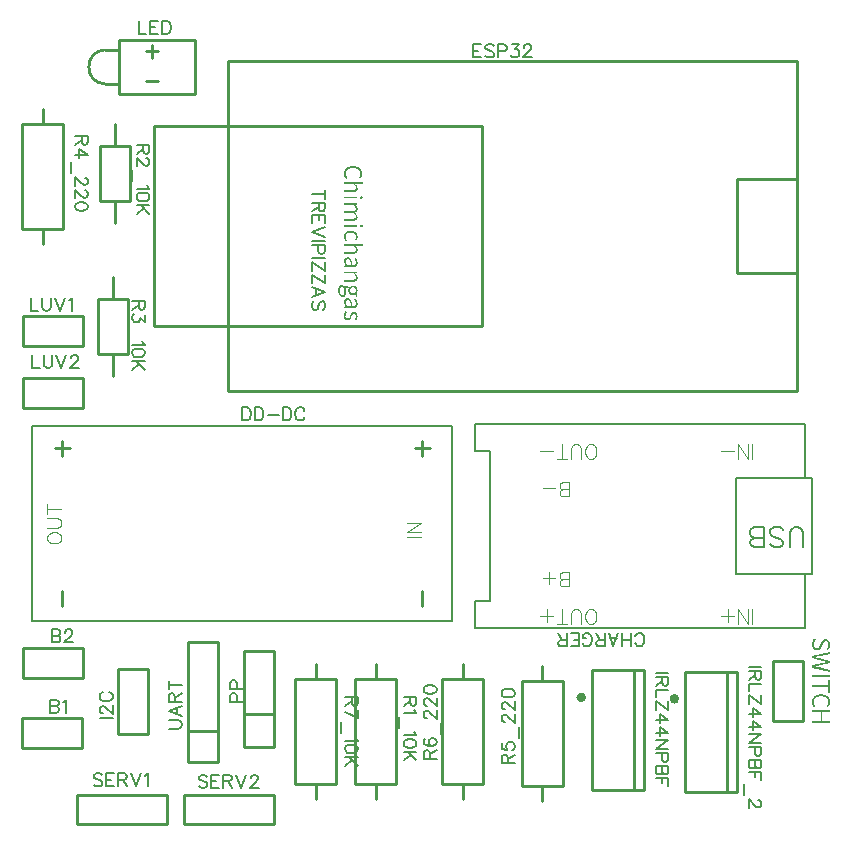
<source format=gto>
G04 Layer: TopSilkscreenLayer*
G04 EasyEDA v6.5.48, 2025-03-31 17:32:00*
G04 4a954248cc764f1c991205ffb550d634,93aebdfcfbe24d40a812e2b2de22b7a1,10*
G04 Gerber Generator version 0.2*
G04 Scale: 100 percent, Rotated: No, Reflected: No *
G04 Dimensions in millimeters *
G04 leading zeros omitted , absolute positions ,4 integer and 5 decimal *
%FSLAX45Y45*%
%MOMM*%

%ADD10C,0.1524*%
%ADD11C,0.1016*%
%ADD12C,0.1422*%
%ADD13C,0.2540*%
%ADD14C,0.1270*%
%ADD15C,0.4000*%
%ADD16C,0.0171*%

%LPD*%
G36*
X3605022Y4788662D02*
G01*
X3597910Y4788458D01*
X3591153Y4787849D01*
X3584651Y4786884D01*
X3578504Y4785563D01*
X3572662Y4783836D01*
X3567125Y4781804D01*
X3561943Y4779416D01*
X3557066Y4776724D01*
X3552596Y4773726D01*
X3548430Y4770475D01*
X3544671Y4766919D01*
X3541268Y4763109D01*
X3538220Y4759045D01*
X3535578Y4754727D01*
X3533292Y4750206D01*
X3531412Y4745431D01*
X3529990Y4740503D01*
X3528923Y4735372D01*
X3528263Y4730089D01*
X3528060Y4724654D01*
X3528415Y4717643D01*
X3529482Y4711039D01*
X3531209Y4704842D01*
X3533597Y4699050D01*
X3536594Y4693615D01*
X3540251Y4688484D01*
X3544519Y4683709D01*
X3549396Y4679188D01*
X3559810Y4688586D01*
X3555949Y4692345D01*
X3552545Y4696256D01*
X3549650Y4700270D01*
X3547211Y4704537D01*
X3545281Y4708956D01*
X3543909Y4713681D01*
X3543096Y4718608D01*
X3542792Y4723892D01*
X3543096Y4729226D01*
X3543909Y4734306D01*
X3545281Y4739132D01*
X3547160Y4743653D01*
X3549548Y4747869D01*
X3552444Y4751781D01*
X3555796Y4755337D01*
X3559657Y4758588D01*
X3563924Y4761484D01*
X3568649Y4764074D01*
X3573779Y4766259D01*
X3579317Y4768088D01*
X3585260Y4769510D01*
X3591560Y4770526D01*
X3598265Y4771186D01*
X3605276Y4771390D01*
X3612286Y4771186D01*
X3618941Y4770526D01*
X3625240Y4769459D01*
X3631133Y4767935D01*
X3636670Y4766056D01*
X3641750Y4763820D01*
X3646424Y4761179D01*
X3650640Y4758232D01*
X3654450Y4754880D01*
X3657752Y4751222D01*
X3660597Y4747260D01*
X3662984Y4742992D01*
X3664813Y4738420D01*
X3666185Y4733594D01*
X3666998Y4728464D01*
X3667251Y4723130D01*
X3666185Y4713935D01*
X3663289Y4705756D01*
X3658768Y4698593D01*
X3653028Y4692396D01*
X3663950Y4682998D01*
X3667404Y4686401D01*
X3670757Y4690313D01*
X3673805Y4694682D01*
X3676497Y4699558D01*
X3678732Y4704892D01*
X3680510Y4710633D01*
X3681577Y4716830D01*
X3681984Y4723384D01*
X3681780Y4728921D01*
X3681120Y4734356D01*
X3680053Y4739589D01*
X3678580Y4744618D01*
X3676650Y4749444D01*
X3674364Y4754067D01*
X3671722Y4758436D01*
X3668623Y4762601D01*
X3665220Y4766513D01*
X3661410Y4770120D01*
X3657244Y4773472D01*
X3652723Y4776520D01*
X3647897Y4779264D01*
X3642715Y4781651D01*
X3637178Y4783734D01*
X3631387Y4785461D01*
X3625240Y4786833D01*
X3618788Y4787849D01*
X3612032Y4788458D01*
G37*
G36*
X3530600Y4652518D02*
G01*
X3530600Y4636008D01*
X3610864Y4636008D01*
X3618585Y4627930D01*
X3621633Y4624120D01*
X3624122Y4620412D01*
X3626104Y4616653D01*
X3627526Y4612843D01*
X3628339Y4608931D01*
X3628644Y4604766D01*
X3628186Y4599432D01*
X3626865Y4594910D01*
X3624630Y4591151D01*
X3621379Y4588154D01*
X3617163Y4585817D01*
X3611930Y4584192D01*
X3605580Y4583226D01*
X3598164Y4582922D01*
X3530600Y4582922D01*
X3530600Y4566412D01*
X3600196Y4566412D01*
X3606952Y4566615D01*
X3613150Y4567275D01*
X3618788Y4568393D01*
X3623868Y4569968D01*
X3628339Y4572000D01*
X3632250Y4574489D01*
X3635552Y4577486D01*
X3638245Y4580991D01*
X3640378Y4584954D01*
X3641902Y4589424D01*
X3642817Y4594402D01*
X3643122Y4599940D01*
X3642766Y4605375D01*
X3641648Y4610506D01*
X3639921Y4615332D01*
X3637686Y4619955D01*
X3634892Y4624324D01*
X3631742Y4628540D01*
X3624579Y4636516D01*
X3647440Y4636008D01*
X3692398Y4636008D01*
X3692398Y4652518D01*
G37*
G36*
X3675379Y4533392D02*
G01*
X3670604Y4532579D01*
X3666998Y4530242D01*
X3664712Y4526534D01*
X3663950Y4521708D01*
X3664712Y4517288D01*
X3666998Y4513732D01*
X3670604Y4511395D01*
X3675379Y4510532D01*
X3680002Y4511395D01*
X3683558Y4513732D01*
X3685794Y4517288D01*
X3686556Y4521708D01*
X3685794Y4526534D01*
X3683558Y4530242D01*
X3680002Y4532579D01*
G37*
G36*
X3530600Y4530090D02*
G01*
X3530600Y4513580D01*
X3640328Y4513580D01*
X3640328Y4530090D01*
G37*
G36*
X3530600Y4475480D02*
G01*
X3530600Y4458970D01*
X3610864Y4458970D01*
X3618687Y4451299D01*
X3624224Y4443933D01*
X3627526Y4436922D01*
X3628644Y4430268D01*
X3628186Y4425137D01*
X3626865Y4420717D01*
X3624630Y4417060D01*
X3621379Y4414062D01*
X3617163Y4411776D01*
X3611930Y4410202D01*
X3605580Y4409236D01*
X3598164Y4408932D01*
X3530600Y4408932D01*
X3530600Y4392422D01*
X3610864Y4392422D01*
X3618687Y4384649D01*
X3624224Y4377283D01*
X3627526Y4370222D01*
X3628644Y4363466D01*
X3628186Y4358386D01*
X3626865Y4354017D01*
X3624630Y4350359D01*
X3621379Y4347362D01*
X3617163Y4345076D01*
X3611930Y4343450D01*
X3605580Y4342434D01*
X3598164Y4342130D01*
X3530600Y4342130D01*
X3530600Y4325620D01*
X3600196Y4325620D01*
X3606952Y4325823D01*
X3613150Y4326534D01*
X3618788Y4327652D01*
X3623868Y4329277D01*
X3628339Y4331360D01*
X3632250Y4333900D01*
X3635552Y4336846D01*
X3638245Y4340352D01*
X3640378Y4344263D01*
X3641902Y4348683D01*
X3642817Y4353560D01*
X3643122Y4358894D01*
X3642715Y4363770D01*
X3641598Y4368495D01*
X3639718Y4373118D01*
X3637229Y4377639D01*
X3634130Y4382109D01*
X3630472Y4386580D01*
X3626358Y4390999D01*
X3621786Y4395470D01*
X3626408Y4397298D01*
X3630574Y4399635D01*
X3634232Y4402429D01*
X3637330Y4405833D01*
X3639769Y4409795D01*
X3641598Y4414418D01*
X3642715Y4419701D01*
X3643122Y4425696D01*
X3642766Y4430420D01*
X3641648Y4435043D01*
X3639921Y4439564D01*
X3637584Y4443933D01*
X3634790Y4448200D01*
X3631539Y4452213D01*
X3627932Y4456074D01*
X3624072Y4459732D01*
X3624072Y4460494D01*
X3640328Y4462018D01*
X3640328Y4475480D01*
G37*
G36*
X3675379Y4292092D02*
G01*
X3670604Y4291228D01*
X3666998Y4288840D01*
X3664712Y4285132D01*
X3663950Y4280408D01*
X3664712Y4275836D01*
X3666998Y4272229D01*
X3670604Y4269841D01*
X3675379Y4268978D01*
X3680002Y4269841D01*
X3683558Y4272229D01*
X3685794Y4275836D01*
X3686556Y4280408D01*
X3685794Y4285132D01*
X3683558Y4288840D01*
X3680002Y4291228D01*
G37*
G36*
X3530600Y4288790D02*
G01*
X3530600Y4272280D01*
X3640328Y4272280D01*
X3640328Y4288790D01*
G37*
G36*
X3585464Y4242562D02*
G01*
X3578809Y4242308D01*
X3572560Y4241546D01*
X3566668Y4240326D01*
X3561181Y4238650D01*
X3556050Y4236567D01*
X3551326Y4234027D01*
X3547008Y4231132D01*
X3543147Y4227880D01*
X3539693Y4224274D01*
X3536645Y4220362D01*
X3534054Y4216196D01*
X3531920Y4211675D01*
X3530244Y4206951D01*
X3529025Y4202023D01*
X3528314Y4196842D01*
X3528060Y4191508D01*
X3528314Y4186580D01*
X3528974Y4181805D01*
X3530142Y4177131D01*
X3531717Y4172610D01*
X3533698Y4168241D01*
X3536086Y4164025D01*
X3538880Y4160012D01*
X3542029Y4156201D01*
X3552951Y4163568D01*
X3548634Y4169156D01*
X3545078Y4175556D01*
X3542639Y4182618D01*
X3541776Y4190237D01*
X3542131Y4195368D01*
X3543198Y4200194D01*
X3544925Y4204665D01*
X3547313Y4208780D01*
X3550259Y4212488D01*
X3553815Y4215790D01*
X3557879Y4218686D01*
X3562502Y4221073D01*
X3567582Y4223004D01*
X3573119Y4224375D01*
X3579114Y4225239D01*
X3585464Y4225544D01*
X3591763Y4225239D01*
X3597706Y4224324D01*
X3603244Y4222851D01*
X3608324Y4220819D01*
X3612896Y4218330D01*
X3617010Y4215333D01*
X3620566Y4211929D01*
X3623564Y4208170D01*
X3625951Y4204004D01*
X3627729Y4199534D01*
X3628796Y4194759D01*
X3629151Y4189729D01*
X3628440Y4183227D01*
X3626408Y4177385D01*
X3623259Y4172051D01*
X3619246Y4167124D01*
X3629914Y4158234D01*
X3634994Y4164584D01*
X3639159Y4171899D01*
X3642055Y4180433D01*
X3643122Y4190492D01*
X3642868Y4195622D01*
X3642156Y4200702D01*
X3640937Y4205579D01*
X3639261Y4210304D01*
X3637127Y4214825D01*
X3634536Y4219143D01*
X3631488Y4223156D01*
X3628034Y4226915D01*
X3624122Y4230319D01*
X3619804Y4233367D01*
X3615029Y4236059D01*
X3609898Y4238294D01*
X3604361Y4240123D01*
X3598418Y4241444D01*
X3592118Y4242257D01*
G37*
G36*
X3530600Y4131310D02*
G01*
X3530600Y4114800D01*
X3610864Y4114800D01*
X3618585Y4106722D01*
X3621633Y4102912D01*
X3624122Y4099204D01*
X3626104Y4095445D01*
X3627526Y4091635D01*
X3628339Y4087723D01*
X3628644Y4083558D01*
X3628186Y4078224D01*
X3626865Y4073702D01*
X3624630Y4069943D01*
X3621379Y4066946D01*
X3617163Y4064609D01*
X3611930Y4062984D01*
X3605580Y4062018D01*
X3598164Y4061714D01*
X3530600Y4061714D01*
X3530600Y4045204D01*
X3600196Y4045204D01*
X3606952Y4045407D01*
X3613150Y4046067D01*
X3618788Y4047185D01*
X3623868Y4048760D01*
X3628339Y4050792D01*
X3632250Y4053281D01*
X3635552Y4056278D01*
X3638245Y4059783D01*
X3640378Y4063746D01*
X3641902Y4068216D01*
X3642817Y4073194D01*
X3643122Y4078732D01*
X3642766Y4084167D01*
X3641648Y4089298D01*
X3639921Y4094124D01*
X3637686Y4098747D01*
X3634892Y4103115D01*
X3631742Y4107281D01*
X3628288Y4111345D01*
X3624579Y4115308D01*
X3647440Y4114800D01*
X3692398Y4114800D01*
X3692398Y4131310D01*
G37*
G36*
X3558794Y4015994D02*
G01*
X3551783Y4015384D01*
X3545636Y4013555D01*
X3540353Y4010710D01*
X3535984Y4006900D01*
X3532581Y4002227D01*
X3530092Y3996791D01*
X3528568Y3990797D01*
X3528060Y3984244D01*
X3528328Y3979672D01*
X3541268Y3979672D01*
X3542284Y3987546D01*
X3545586Y3994048D01*
X3551326Y3998366D01*
X3559810Y3999992D01*
X3563416Y3999687D01*
X3566820Y3998823D01*
X3570020Y3997299D01*
X3572967Y3995115D01*
X3575710Y3992219D01*
X3578199Y3988511D01*
X3580485Y3984040D01*
X3582568Y3978706D01*
X3584397Y3972458D01*
X3586073Y3965295D01*
X3587546Y3957116D01*
X3588765Y3947922D01*
X3556508Y3947922D01*
X3549954Y3956050D01*
X3545179Y3963822D01*
X3542233Y3971544D01*
X3541268Y3979672D01*
X3528328Y3979672D01*
X3529329Y3974033D01*
X3530803Y3969207D01*
X3532733Y3964482D01*
X3535070Y3959910D01*
X3537813Y3955491D01*
X3540810Y3951224D01*
X3544062Y3947160D01*
X3544062Y3946651D01*
X3530600Y3945128D01*
X3530600Y3931412D01*
X3598672Y3931412D01*
X3605072Y3931615D01*
X3611118Y3932326D01*
X3616756Y3933494D01*
X3621938Y3935171D01*
X3626612Y3937355D01*
X3630777Y3940098D01*
X3634435Y3943350D01*
X3637483Y3947210D01*
X3639870Y3951681D01*
X3641648Y3956710D01*
X3642766Y3962400D01*
X3643122Y3968750D01*
X3642766Y3975201D01*
X3641750Y3981450D01*
X3640226Y3987393D01*
X3638245Y3993032D01*
X3636010Y3998315D01*
X3631082Y4007561D01*
X3628644Y4011422D01*
X3617214Y4004564D01*
X3621582Y3997807D01*
X3625494Y3989832D01*
X3628339Y3980942D01*
X3629406Y3971290D01*
X3628745Y3964889D01*
X3626865Y3959656D01*
X3623970Y3955592D01*
X3620211Y3952443D01*
X3615740Y3950258D01*
X3610762Y3948836D01*
X3605428Y3948074D01*
X3599942Y3947922D01*
X3597656Y3964432D01*
X3596233Y3971747D01*
X3594658Y3978503D01*
X3592880Y3984650D01*
X3590950Y3990238D01*
X3588765Y3995216D01*
X3586429Y3999687D01*
X3583838Y4003548D01*
X3580993Y4006900D01*
X3577945Y4009745D01*
X3574643Y4011980D01*
X3571087Y4013758D01*
X3567277Y4015028D01*
X3563162Y4015740D01*
G37*
G36*
X3530600Y3895344D02*
G01*
X3530600Y3878834D01*
X3610864Y3878834D01*
X3618585Y3870756D01*
X3621633Y3866997D01*
X3624122Y3863289D01*
X3626104Y3859580D01*
X3627526Y3855770D01*
X3628339Y3851808D01*
X3628644Y3847592D01*
X3628186Y3842258D01*
X3626865Y3837736D01*
X3624630Y3833977D01*
X3621379Y3830929D01*
X3617163Y3828643D01*
X3611930Y3827018D01*
X3605580Y3826052D01*
X3598164Y3825748D01*
X3530600Y3825748D01*
X3530600Y3809237D01*
X3600196Y3809237D01*
X3606952Y3809441D01*
X3613150Y3810101D01*
X3618788Y3811219D01*
X3623868Y3812794D01*
X3628339Y3814826D01*
X3632250Y3817315D01*
X3635552Y3820312D01*
X3638245Y3823817D01*
X3640378Y3827779D01*
X3641902Y3832250D01*
X3642817Y3837228D01*
X3643122Y3842765D01*
X3642766Y3848201D01*
X3641648Y3853383D01*
X3639921Y3858260D01*
X3637635Y3862882D01*
X3634841Y3867302D01*
X3631641Y3871569D01*
X3628136Y3875633D01*
X3624326Y3879596D01*
X3624326Y3880358D01*
X3640328Y3881882D01*
X3640328Y3895344D01*
G37*
G36*
X3509264Y3781044D02*
G01*
X3504742Y3780688D01*
X3500526Y3779570D01*
X3496665Y3777742D01*
X3493211Y3775303D01*
X3490112Y3772204D01*
X3487369Y3768547D01*
X3485032Y3764279D01*
X3483051Y3759504D01*
X3481527Y3754272D01*
X3480460Y3748532D01*
X3479749Y3742385D01*
X3479546Y3735832D01*
X3479646Y3733546D01*
X3491229Y3733546D01*
X3491585Y3740861D01*
X3492652Y3747363D01*
X3494379Y3753053D01*
X3496665Y3757777D01*
X3499612Y3761536D01*
X3503015Y3764279D01*
X3506927Y3766007D01*
X3511296Y3766565D01*
X3516325Y3765854D01*
X3521405Y3763670D01*
X3526383Y3759911D01*
X3531108Y3754628D01*
X3529634Y3746957D01*
X3529076Y3740404D01*
X3529076Y3720337D01*
X3528364Y3710432D01*
X3525977Y3703269D01*
X3521557Y3698951D01*
X3514851Y3697478D01*
X3510432Y3698138D01*
X3506114Y3700018D01*
X3502151Y3703116D01*
X3498545Y3707333D01*
X3495548Y3712514D01*
X3493262Y3718712D01*
X3491737Y3725722D01*
X3491229Y3733546D01*
X3479646Y3733546D01*
X3479901Y3727754D01*
X3480968Y3720236D01*
X3482644Y3713276D01*
X3484879Y3706876D01*
X3487674Y3701135D01*
X3490925Y3696055D01*
X3494582Y3691636D01*
X3498596Y3687978D01*
X3502914Y3685082D01*
X3507486Y3682949D01*
X3512261Y3681679D01*
X3517137Y3681222D01*
X3523437Y3681831D01*
X3528822Y3683558D01*
X3533343Y3686505D01*
X3537000Y3690620D01*
X3539794Y3695954D01*
X3541725Y3702456D01*
X3542893Y3710127D01*
X3543300Y3719068D01*
X3543300Y3740912D01*
X3544214Y3750310D01*
X3546754Y3756304D01*
X3550564Y3759504D01*
X3555492Y3760470D01*
X3559962Y3759911D01*
X3563620Y3758336D01*
X3566718Y3755948D01*
X3569462Y3753104D01*
X3567633Y3749090D01*
X3566363Y3744823D01*
X3565651Y3740505D01*
X3565398Y3736340D01*
X3576828Y3736340D01*
X3577336Y3741165D01*
X3578758Y3745737D01*
X3581095Y3749852D01*
X3584244Y3753510D01*
X3588207Y3756507D01*
X3592880Y3758793D01*
X3598265Y3760215D01*
X3604260Y3760724D01*
X3610152Y3760215D01*
X3615334Y3758793D01*
X3619855Y3756558D01*
X3623665Y3753561D01*
X3626662Y3749954D01*
X3628847Y3745839D01*
X3630218Y3741267D01*
X3630676Y3736340D01*
X3630218Y3731412D01*
X3628847Y3726789D01*
X3626612Y3722624D01*
X3623564Y3718966D01*
X3619754Y3715969D01*
X3615232Y3713683D01*
X3610051Y3712210D01*
X3604260Y3711701D01*
X3598265Y3712210D01*
X3592880Y3713683D01*
X3588207Y3716020D01*
X3584244Y3719068D01*
X3581095Y3722725D01*
X3578758Y3726942D01*
X3577336Y3731514D01*
X3576828Y3736340D01*
X3565398Y3736340D01*
X3565702Y3730853D01*
X3566617Y3725621D01*
X3568090Y3720744D01*
X3570173Y3716121D01*
X3572713Y3711905D01*
X3575812Y3708146D01*
X3579368Y3704844D01*
X3583432Y3701999D01*
X3587902Y3699764D01*
X3592779Y3698087D01*
X3598113Y3697071D01*
X3603751Y3696715D01*
X3610914Y3697427D01*
X3617417Y3699408D01*
X3623056Y3702405D01*
X3627628Y3706114D01*
X3627628Y3683000D01*
X3640328Y3683000D01*
X3640328Y3721100D01*
X3641394Y3724249D01*
X3642309Y3727856D01*
X3642918Y3731920D01*
X3643122Y3736340D01*
X3642817Y3741775D01*
X3641851Y3747008D01*
X3640328Y3752037D01*
X3638245Y3756710D01*
X3635603Y3761028D01*
X3632454Y3764940D01*
X3628796Y3768394D01*
X3624732Y3771341D01*
X3620211Y3773728D01*
X3615232Y3775506D01*
X3609949Y3776624D01*
X3604260Y3776979D01*
X3594811Y3775760D01*
X3586530Y3772509D01*
X3579672Y3767988D01*
X3574542Y3762756D01*
X3573779Y3762756D01*
X3570173Y3766921D01*
X3565550Y3770833D01*
X3559911Y3773779D01*
X3553460Y3774948D01*
X3547364Y3774186D01*
X3542334Y3772052D01*
X3538270Y3768851D01*
X3535172Y3764787D01*
X3534410Y3764787D01*
X3529025Y3771595D01*
X3522878Y3776726D01*
X3516223Y3779926D01*
G37*
G36*
X3558794Y3669792D02*
G01*
X3551783Y3669182D01*
X3545636Y3667353D01*
X3540353Y3664508D01*
X3535984Y3660648D01*
X3532581Y3655974D01*
X3530092Y3650487D01*
X3528568Y3644392D01*
X3528060Y3637787D01*
X3528319Y3633470D01*
X3541268Y3633470D01*
X3542284Y3641344D01*
X3545586Y3647795D01*
X3551326Y3652164D01*
X3559810Y3653790D01*
X3563416Y3653485D01*
X3566820Y3652621D01*
X3570020Y3651097D01*
X3572967Y3648913D01*
X3575710Y3646017D01*
X3578199Y3642309D01*
X3580485Y3637838D01*
X3582568Y3632504D01*
X3584397Y3626256D01*
X3586073Y3619093D01*
X3587546Y3610914D01*
X3588765Y3601720D01*
X3556508Y3601720D01*
X3549954Y3609848D01*
X3545179Y3617569D01*
X3542233Y3625342D01*
X3541268Y3633470D01*
X3528319Y3633470D01*
X3529329Y3627729D01*
X3530803Y3622852D01*
X3532733Y3618128D01*
X3535070Y3613556D01*
X3537813Y3609187D01*
X3540810Y3604971D01*
X3544062Y3600958D01*
X3544062Y3600196D01*
X3530600Y3598926D01*
X3530600Y3585210D01*
X3598672Y3585210D01*
X3605072Y3585413D01*
X3611118Y3586124D01*
X3616756Y3587292D01*
X3621938Y3588969D01*
X3626612Y3591153D01*
X3630777Y3593896D01*
X3634435Y3597148D01*
X3637483Y3601008D01*
X3639870Y3605479D01*
X3641648Y3610508D01*
X3642766Y3616198D01*
X3643122Y3622548D01*
X3642766Y3628999D01*
X3641750Y3635248D01*
X3640226Y3641191D01*
X3638245Y3646830D01*
X3636010Y3652113D01*
X3631082Y3661359D01*
X3628644Y3665220D01*
X3617214Y3658362D01*
X3621582Y3651504D01*
X3625494Y3643528D01*
X3628339Y3634689D01*
X3629406Y3625087D01*
X3628745Y3618687D01*
X3626865Y3613454D01*
X3623970Y3609390D01*
X3620211Y3606241D01*
X3615740Y3604056D01*
X3610762Y3602634D01*
X3605428Y3601872D01*
X3599942Y3601720D01*
X3597656Y3618229D01*
X3596233Y3625545D01*
X3594658Y3632301D01*
X3592880Y3638448D01*
X3590950Y3644036D01*
X3588765Y3649014D01*
X3586429Y3653485D01*
X3583838Y3657346D01*
X3580993Y3660698D01*
X3577945Y3663543D01*
X3574643Y3665778D01*
X3571087Y3667556D01*
X3567277Y3668826D01*
X3563162Y3669537D01*
G37*
G36*
X3543046Y3561842D02*
G01*
X3539947Y3557727D01*
X3537051Y3553256D01*
X3534511Y3548481D01*
X3532327Y3543401D01*
X3530549Y3538067D01*
X3529177Y3532530D01*
X3528364Y3526790D01*
X3528060Y3520948D01*
X3528720Y3511956D01*
X3530600Y3504133D01*
X3533546Y3497427D01*
X3537508Y3491890D01*
X3542233Y3487521D01*
X3547668Y3484372D01*
X3553663Y3482492D01*
X3560064Y3481832D01*
X3567226Y3482644D01*
X3573221Y3484879D01*
X3578148Y3488334D01*
X3582263Y3492754D01*
X3585667Y3497935D01*
X3588613Y3503676D01*
X3597046Y3524859D01*
X3601008Y3532479D01*
X3606241Y3537762D01*
X3613404Y3539744D01*
X3619754Y3538474D01*
X3624986Y3534613D01*
X3628593Y3527958D01*
X3629914Y3518408D01*
X3629151Y3511346D01*
X3627069Y3504895D01*
X3624021Y3498900D01*
X3620262Y3493262D01*
X3630929Y3485134D01*
X3635705Y3491992D01*
X3639616Y3499967D01*
X3642156Y3508806D01*
X3643122Y3518408D01*
X3642512Y3526891D01*
X3640734Y3534308D01*
X3637940Y3540709D01*
X3634232Y3546043D01*
X3629710Y3550208D01*
X3624478Y3553256D01*
X3618687Y3555136D01*
X3612387Y3555746D01*
X3605936Y3554984D01*
X3600450Y3552901D01*
X3595725Y3549599D01*
X3591763Y3545382D01*
X3588410Y3540455D01*
X3585565Y3534968D01*
X3583076Y3529177D01*
X3577234Y3513988D01*
X3575151Y3509670D01*
X3572764Y3505758D01*
X3570071Y3502406D01*
X3566972Y3499815D01*
X3563416Y3498189D01*
X3559301Y3497579D01*
X3552139Y3499002D01*
X3546348Y3503269D01*
X3542436Y3510432D01*
X3541014Y3520440D01*
X3541979Y3530041D01*
X3544671Y3538575D01*
X3548837Y3546246D01*
X3554222Y3553460D01*
G37*
G36*
X7512558Y790448D02*
G01*
X7507681Y785368D01*
X7503312Y779881D01*
X7499553Y773988D01*
X7496352Y767689D01*
X7493812Y760984D01*
X7491984Y753922D01*
X7490866Y746455D01*
X7490459Y738632D01*
X7490815Y731266D01*
X7491933Y724357D01*
X7493660Y718007D01*
X7496048Y712165D01*
X7499045Y706932D01*
X7502550Y702310D01*
X7506512Y698296D01*
X7510932Y694994D01*
X7515758Y692353D01*
X7520940Y690422D01*
X7526375Y689254D01*
X7532116Y688848D01*
X7539837Y689457D01*
X7546594Y691235D01*
X7552436Y694080D01*
X7557465Y697839D01*
X7561783Y702360D01*
X7565542Y707593D01*
X7568844Y713384D01*
X7571740Y719582D01*
X7582814Y745540D01*
X7587284Y754075D01*
X7590028Y757885D01*
X7593228Y761187D01*
X7597038Y763778D01*
X7601508Y765454D01*
X7606792Y766064D01*
X7611770Y765505D01*
X7616240Y763981D01*
X7620152Y761441D01*
X7623454Y758037D01*
X7626096Y753872D01*
X7628026Y748893D01*
X7629245Y743305D01*
X7629652Y737108D01*
X7629398Y731926D01*
X7628636Y727049D01*
X7627416Y722426D01*
X7625791Y718058D01*
X7623708Y713943D01*
X7621270Y710031D01*
X7618526Y706323D01*
X7615428Y702818D01*
X7626096Y693928D01*
X7629956Y697992D01*
X7633462Y702462D01*
X7636560Y707390D01*
X7639253Y712673D01*
X7641386Y718312D01*
X7643012Y724306D01*
X7644028Y730554D01*
X7644384Y737108D01*
X7644028Y743559D01*
X7643063Y749706D01*
X7641488Y755446D01*
X7639354Y760780D01*
X7636611Y765657D01*
X7633411Y770026D01*
X7629753Y773836D01*
X7625638Y777036D01*
X7621117Y779627D01*
X7616240Y781507D01*
X7611059Y782675D01*
X7605522Y783082D01*
X7597952Y782370D01*
X7591348Y780288D01*
X7585659Y777138D01*
X7580782Y773125D01*
X7576616Y768451D01*
X7573111Y763371D01*
X7570165Y758088D01*
X7567675Y752856D01*
X7555941Y726084D01*
X7553553Y721309D01*
X7551013Y716991D01*
X7548168Y713232D01*
X7544866Y710133D01*
X7541006Y707847D01*
X7536383Y706374D01*
X7530846Y705866D01*
X7525359Y706424D01*
X7520431Y708152D01*
X7516012Y710895D01*
X7512303Y714654D01*
X7509306Y719328D01*
X7507071Y724916D01*
X7505649Y731367D01*
X7505192Y738632D01*
X7505547Y744474D01*
X7506512Y750265D01*
X7508138Y755853D01*
X7510322Y761288D01*
X7513015Y766470D01*
X7516215Y771398D01*
X7519924Y776020D01*
X7523988Y780288D01*
G37*
G36*
X7641844Y674370D02*
G01*
X7493000Y642112D01*
X7493000Y622554D01*
X7585709Y599440D01*
X7619492Y591566D01*
X7619492Y590804D01*
X7585709Y583438D01*
X7493000Y559816D01*
X7493000Y539750D01*
X7641844Y508508D01*
X7641844Y524510D01*
X7547152Y543255D01*
X7510780Y549656D01*
X7510780Y550672D01*
X7559040Y561848D01*
X7641844Y583184D01*
X7641844Y598678D01*
X7553096Y621182D01*
X7510780Y630682D01*
X7510780Y631444D01*
X7559040Y640588D01*
X7641844Y657098D01*
G37*
G36*
X7493000Y481838D02*
G01*
X7493000Y465074D01*
X7641844Y465074D01*
X7641844Y481838D01*
G37*
G36*
X7627620Y437896D02*
G01*
X7627620Y392430D01*
X7493000Y392430D01*
X7493000Y375412D01*
X7627620Y375412D01*
X7627620Y329946D01*
X7641844Y329946D01*
X7641844Y437896D01*
G37*
G36*
X7567422Y316992D02*
G01*
X7560309Y316788D01*
X7553553Y316179D01*
X7547051Y315214D01*
X7540904Y313842D01*
X7535062Y312115D01*
X7529525Y310083D01*
X7524343Y307695D01*
X7519466Y305003D01*
X7514996Y302006D01*
X7510830Y298704D01*
X7507071Y295148D01*
X7503668Y291338D01*
X7500620Y287223D01*
X7497978Y282956D01*
X7495692Y278434D01*
X7493812Y273710D01*
X7492390Y268782D01*
X7491323Y263652D01*
X7490663Y258419D01*
X7490459Y252984D01*
X7490815Y245973D01*
X7491882Y239369D01*
X7493609Y233171D01*
X7495997Y227380D01*
X7498994Y221945D01*
X7502652Y216814D01*
X7506919Y212039D01*
X7511796Y207517D01*
X7522209Y216916D01*
X7518349Y220624D01*
X7514945Y224485D01*
X7512050Y228498D01*
X7509611Y232714D01*
X7507681Y237185D01*
X7506309Y241858D01*
X7505496Y246786D01*
X7505192Y251967D01*
X7505496Y257352D01*
X7506309Y262483D01*
X7507681Y267309D01*
X7509560Y271881D01*
X7511948Y276098D01*
X7514844Y280009D01*
X7518196Y283616D01*
X7522057Y286918D01*
X7526324Y289814D01*
X7531049Y292404D01*
X7536180Y294589D01*
X7541717Y296418D01*
X7547660Y297840D01*
X7553959Y298856D01*
X7560665Y299516D01*
X7567675Y299720D01*
X7574686Y299516D01*
X7581341Y298856D01*
X7587640Y297738D01*
X7593533Y296265D01*
X7599070Y294335D01*
X7604150Y292100D01*
X7608824Y289458D01*
X7613040Y286461D01*
X7616850Y283108D01*
X7620152Y279450D01*
X7622997Y275488D01*
X7625384Y271221D01*
X7627213Y266649D01*
X7628585Y261823D01*
X7629398Y256794D01*
X7629652Y251460D01*
X7628585Y242265D01*
X7625689Y234086D01*
X7621168Y226821D01*
X7615428Y220471D01*
X7626350Y211328D01*
X7629804Y214731D01*
X7633157Y218643D01*
X7636205Y223012D01*
X7638897Y227888D01*
X7641132Y233222D01*
X7642910Y238963D01*
X7643977Y245160D01*
X7644384Y251714D01*
X7644180Y257251D01*
X7643520Y262686D01*
X7642453Y267919D01*
X7640980Y272948D01*
X7639050Y277774D01*
X7636764Y282397D01*
X7634122Y286766D01*
X7631023Y290931D01*
X7627620Y294843D01*
X7623809Y298450D01*
X7619644Y301802D01*
X7615123Y304850D01*
X7610297Y307594D01*
X7605115Y309981D01*
X7599578Y312064D01*
X7593787Y313791D01*
X7587640Y315163D01*
X7581188Y316179D01*
X7574432Y316788D01*
G37*
G36*
X7493000Y179324D02*
G01*
X7493000Y162560D01*
X7564120Y162560D01*
X7564120Y90678D01*
X7493000Y90678D01*
X7493000Y73914D01*
X7641844Y73914D01*
X7641844Y90678D01*
X7578852Y90678D01*
X7578852Y162560D01*
X7641844Y162560D01*
X7641844Y179324D01*
G37*
D10*
X2371343Y-382778D02*
G01*
X2360929Y-372363D01*
X2345436Y-367284D01*
X2324608Y-367284D01*
X2309113Y-372363D01*
X2298700Y-382778D01*
X2298700Y-393192D01*
X2303779Y-403605D01*
X2309113Y-408939D01*
X2319527Y-414020D01*
X2350770Y-424434D01*
X2360929Y-429513D01*
X2366263Y-434847D01*
X2371343Y-445262D01*
X2371343Y-460755D01*
X2360929Y-471170D01*
X2345436Y-476250D01*
X2324608Y-476250D01*
X2309113Y-471170D01*
X2298700Y-460755D01*
X2405634Y-367284D02*
G01*
X2405634Y-476250D01*
X2405634Y-367284D02*
G01*
X2473197Y-367284D01*
X2405634Y-419100D02*
G01*
X2447290Y-419100D01*
X2405634Y-476250D02*
G01*
X2473197Y-476250D01*
X2507488Y-367284D02*
G01*
X2507488Y-476250D01*
X2507488Y-367284D02*
G01*
X2554224Y-367284D01*
X2569972Y-372363D01*
X2575052Y-377697D01*
X2580386Y-388112D01*
X2580386Y-398526D01*
X2575052Y-408939D01*
X2569972Y-414020D01*
X2554224Y-419100D01*
X2507488Y-419100D01*
X2543809Y-419100D02*
G01*
X2580386Y-476250D01*
X2614675Y-367284D02*
G01*
X2656077Y-476250D01*
X2697734Y-367284D02*
G01*
X2656077Y-476250D01*
X2737104Y-393192D02*
G01*
X2737104Y-388112D01*
X2742438Y-377697D01*
X2747518Y-372363D01*
X2757931Y-367284D01*
X2778759Y-367284D01*
X2789174Y-372363D01*
X2794254Y-377697D01*
X2799588Y-388112D01*
X2799588Y-398526D01*
X2794254Y-408939D01*
X2783840Y-424434D01*
X2732024Y-476250D01*
X2804668Y-476250D01*
X1054100Y864615D02*
G01*
X1054100Y755650D01*
X1054100Y864615D02*
G01*
X1100836Y864615D01*
X1116329Y859536D01*
X1121663Y854202D01*
X1126744Y843787D01*
X1126744Y833373D01*
X1121663Y822960D01*
X1116329Y817879D01*
X1100836Y812800D01*
X1054100Y812800D02*
G01*
X1100836Y812800D01*
X1116329Y807465D01*
X1121663Y802386D01*
X1126744Y791971D01*
X1126744Y776223D01*
X1121663Y765810D01*
X1116329Y760729D01*
X1100836Y755650D01*
X1054100Y755650D01*
X1166368Y838707D02*
G01*
X1166368Y843787D01*
X1171447Y854202D01*
X1176781Y859536D01*
X1187195Y864615D01*
X1207770Y864615D01*
X1218184Y859536D01*
X1223518Y854202D01*
X1228597Y843787D01*
X1228597Y833373D01*
X1223518Y822960D01*
X1213104Y807465D01*
X1161034Y755650D01*
X1233931Y755650D01*
X3366515Y4548378D02*
G01*
X3257550Y4548378D01*
X3366515Y4584700D02*
G01*
X3366515Y4512055D01*
X3366515Y4477765D02*
G01*
X3257550Y4477765D01*
X3366515Y4477765D02*
G01*
X3366515Y4431029D01*
X3361436Y4415281D01*
X3356102Y4410202D01*
X3345688Y4404868D01*
X3335274Y4404868D01*
X3324859Y4410202D01*
X3319779Y4415281D01*
X3314700Y4431029D01*
X3314700Y4477765D01*
X3314700Y4441189D02*
G01*
X3257550Y4404868D01*
X3366515Y4370578D02*
G01*
X3257550Y4370578D01*
X3366515Y4370578D02*
G01*
X3366515Y4303013D01*
X3314700Y4370578D02*
G01*
X3314700Y4329176D01*
X3257550Y4370578D02*
G01*
X3257550Y4303013D01*
X3366515Y4268723D02*
G01*
X3257550Y4227321D01*
X3366515Y4185665D02*
G01*
X3257550Y4227321D01*
X3366515Y4151376D02*
G01*
X3257550Y4151376D01*
X3366515Y4117086D02*
G01*
X3257550Y4117086D01*
X3366515Y4117086D02*
G01*
X3366515Y4070350D01*
X3361436Y4054855D01*
X3356102Y4049521D01*
X3345688Y4044442D01*
X3330193Y4044442D01*
X3319779Y4049521D01*
X3314700Y4054855D01*
X3309365Y4070350D01*
X3309365Y4117086D01*
X3366515Y4010152D02*
G01*
X3257550Y4010152D01*
X3366515Y3902963D02*
G01*
X3257550Y3975862D01*
X3366515Y3975862D02*
G01*
X3366515Y3902963D01*
X3257550Y3975862D02*
G01*
X3257550Y3902963D01*
X3366515Y3796029D02*
G01*
X3257550Y3868673D01*
X3366515Y3868673D02*
G01*
X3366515Y3796029D01*
X3257550Y3868673D02*
G01*
X3257550Y3796029D01*
X3366515Y3720084D02*
G01*
X3257550Y3761739D01*
X3366515Y3720084D02*
G01*
X3257550Y3678681D01*
X3293872Y3746245D02*
G01*
X3293872Y3694176D01*
X3351022Y3571494D02*
G01*
X3361436Y3581907D01*
X3366515Y3597655D01*
X3366515Y3618229D01*
X3361436Y3633978D01*
X3351022Y3644392D01*
X3340608Y3644392D01*
X3330193Y3639057D01*
X3324859Y3633978D01*
X3319779Y3623563D01*
X3309365Y3592321D01*
X3304286Y3581907D01*
X3298952Y3576828D01*
X3288538Y3571494D01*
X3273043Y3571494D01*
X3262629Y3581907D01*
X3257550Y3597655D01*
X3257550Y3618229D01*
X3262629Y3633978D01*
X3273043Y3644392D01*
X1041400Y267715D02*
G01*
X1041400Y158750D01*
X1041400Y267715D02*
G01*
X1088136Y267715D01*
X1103629Y262636D01*
X1108963Y257302D01*
X1114044Y246887D01*
X1114044Y236473D01*
X1108963Y226060D01*
X1103629Y220979D01*
X1088136Y215900D01*
X1041400Y215900D02*
G01*
X1088136Y215900D01*
X1103629Y210565D01*
X1108963Y205486D01*
X1114044Y195071D01*
X1114044Y179323D01*
X1108963Y168910D01*
X1103629Y163829D01*
X1088136Y158750D01*
X1041400Y158750D01*
X1148334Y246887D02*
G01*
X1158747Y252221D01*
X1174495Y267715D01*
X1174495Y158750D01*
X876300Y3671315D02*
G01*
X876300Y3562350D01*
X876300Y3562350D02*
G01*
X938529Y3562350D01*
X972820Y3671315D02*
G01*
X972820Y3593337D01*
X978154Y3577844D01*
X988568Y3567429D01*
X1004062Y3562350D01*
X1014476Y3562350D01*
X1029970Y3567429D01*
X1040384Y3577844D01*
X1045718Y3593337D01*
X1045718Y3671315D01*
X1080007Y3671315D02*
G01*
X1121410Y3562350D01*
X1163065Y3671315D02*
G01*
X1121410Y3562350D01*
X1197355Y3650487D02*
G01*
X1207770Y3655821D01*
X1223263Y3671315D01*
X1223263Y3562350D01*
X889000Y3188715D02*
G01*
X889000Y3079750D01*
X889000Y3079750D02*
G01*
X951229Y3079750D01*
X985520Y3188715D02*
G01*
X985520Y3110737D01*
X990854Y3095244D01*
X1001268Y3084829D01*
X1016762Y3079750D01*
X1027176Y3079750D01*
X1042670Y3084829D01*
X1053084Y3095244D01*
X1058418Y3110737D01*
X1058418Y3188715D01*
X1092707Y3188715D02*
G01*
X1134110Y3079750D01*
X1175765Y3188715D02*
G01*
X1134110Y3079750D01*
X1215389Y3162807D02*
G01*
X1215389Y3167887D01*
X1220470Y3178302D01*
X1225550Y3183636D01*
X1235963Y3188715D01*
X1256792Y3188715D01*
X1267205Y3183636D01*
X1272539Y3178302D01*
X1277620Y3167887D01*
X1277620Y3157473D01*
X1272539Y3147060D01*
X1262126Y3131565D01*
X1210055Y3079750D01*
X1282700Y3079750D01*
X5992622Y748792D02*
G01*
X5997956Y738378D01*
X6008370Y727963D01*
X6018529Y722884D01*
X6039358Y722884D01*
X6049772Y727963D01*
X6060186Y738378D01*
X6065520Y748792D01*
X6070600Y764539D01*
X6070600Y790447D01*
X6065520Y805942D01*
X6060186Y816355D01*
X6049772Y826770D01*
X6039358Y831850D01*
X6018529Y831850D01*
X6008370Y826770D01*
X5997956Y816355D01*
X5992622Y805942D01*
X5958331Y722884D02*
G01*
X5958331Y831850D01*
X5885688Y722884D02*
G01*
X5885688Y831850D01*
X5958331Y774700D02*
G01*
X5885688Y774700D01*
X5809741Y722884D02*
G01*
X5851397Y831850D01*
X5809741Y722884D02*
G01*
X5768340Y831850D01*
X5835650Y795528D02*
G01*
X5783834Y795528D01*
X5734050Y722884D02*
G01*
X5734050Y831850D01*
X5734050Y722884D02*
G01*
X5687059Y722884D01*
X5671565Y727963D01*
X5666486Y733297D01*
X5661152Y743712D01*
X5661152Y754126D01*
X5666486Y764539D01*
X5671565Y769620D01*
X5687059Y774700D01*
X5734050Y774700D01*
X5697474Y774700D02*
G01*
X5661152Y831850D01*
X5548884Y748792D02*
G01*
X5554218Y738378D01*
X5564631Y727963D01*
X5575045Y722884D01*
X5595620Y722884D01*
X5606034Y727963D01*
X5616447Y738378D01*
X5621781Y748792D01*
X5626861Y764539D01*
X5626861Y790447D01*
X5621781Y805942D01*
X5616447Y816355D01*
X5606034Y826770D01*
X5595620Y831850D01*
X5575045Y831850D01*
X5564631Y826770D01*
X5554218Y816355D01*
X5548884Y805942D01*
X5548884Y790447D01*
X5575045Y790447D02*
G01*
X5548884Y790447D01*
X5514593Y722884D02*
G01*
X5514593Y831850D01*
X5514593Y722884D02*
G01*
X5447029Y722884D01*
X5514593Y774700D02*
G01*
X5473191Y774700D01*
X5514593Y831850D02*
G01*
X5447029Y831850D01*
X5412740Y722884D02*
G01*
X5412740Y831850D01*
X5412740Y722884D02*
G01*
X5366004Y722884D01*
X5350509Y727963D01*
X5345429Y733297D01*
X5340095Y743712D01*
X5340095Y754126D01*
X5345429Y764539D01*
X5350509Y769620D01*
X5366004Y774700D01*
X5412740Y774700D01*
X5376418Y774700D02*
G01*
X5340095Y831850D01*
D11*
X6985000Y913129D02*
G01*
X6985000Y1034542D01*
X6946900Y913129D02*
G01*
X6946900Y1034542D01*
X6946900Y913129D02*
G01*
X6866127Y1034542D01*
X6866127Y913129D02*
G01*
X6866127Y1034542D01*
X6775958Y930655D02*
G01*
X6775958Y1034542D01*
X6828027Y982471D02*
G01*
X6724141Y982471D01*
X6985000Y2310129D02*
G01*
X6985000Y2431542D01*
X6946900Y2310129D02*
G01*
X6946900Y2431542D01*
X6946900Y2310129D02*
G01*
X6866127Y2431542D01*
X6866127Y2310129D02*
G01*
X6866127Y2431542D01*
X6828027Y2379471D02*
G01*
X6724141Y2379471D01*
X5435600Y1230629D02*
G01*
X5435600Y1352042D01*
X5435600Y1230629D02*
G01*
X5383529Y1230629D01*
X5366258Y1236471D01*
X5360670Y1242313D01*
X5354827Y1253744D01*
X5354827Y1265428D01*
X5360670Y1276857D01*
X5366258Y1282700D01*
X5383529Y1288542D01*
X5435600Y1288542D02*
G01*
X5383529Y1288542D01*
X5366258Y1294129D01*
X5360670Y1299971D01*
X5354827Y1311655D01*
X5354827Y1328928D01*
X5360670Y1340357D01*
X5366258Y1346200D01*
X5383529Y1352042D01*
X5435600Y1352042D01*
X5264658Y1248155D02*
G01*
X5264658Y1352042D01*
X5316727Y1299971D02*
G01*
X5212841Y1299971D01*
X5435600Y1992629D02*
G01*
X5435600Y2114042D01*
X5435600Y1992629D02*
G01*
X5383529Y1992629D01*
X5366258Y1998471D01*
X5360670Y2004313D01*
X5354827Y2015744D01*
X5354827Y2027428D01*
X5360670Y2038857D01*
X5366258Y2044700D01*
X5383529Y2050542D01*
X5435600Y2050542D02*
G01*
X5383529Y2050542D01*
X5366258Y2056129D01*
X5360670Y2061971D01*
X5354827Y2073655D01*
X5354827Y2090928D01*
X5360670Y2102357D01*
X5366258Y2108200D01*
X5383529Y2114042D01*
X5435600Y2114042D01*
X5316727Y2061971D02*
G01*
X5212841Y2061971D01*
D12*
X7415529Y1560576D02*
G01*
X7415529Y1681734D01*
X7407402Y1705863D01*
X7391400Y1722120D01*
X7367015Y1730247D01*
X7350759Y1730247D01*
X7326629Y1722120D01*
X7310374Y1705863D01*
X7302500Y1681734D01*
X7302500Y1560576D01*
X7135875Y1584705D02*
G01*
X7152131Y1568450D01*
X7176261Y1560576D01*
X7208520Y1560576D01*
X7232904Y1568450D01*
X7249159Y1584705D01*
X7249159Y1600962D01*
X7241031Y1616963D01*
X7232904Y1625092D01*
X7216647Y1633220D01*
X7168134Y1649476D01*
X7152131Y1657350D01*
X7144004Y1665478D01*
X7135875Y1681734D01*
X7135875Y1705863D01*
X7152131Y1722120D01*
X7176261Y1730247D01*
X7208520Y1730247D01*
X7232904Y1722120D01*
X7249159Y1705863D01*
X7082536Y1560576D02*
G01*
X7082536Y1730247D01*
X7082536Y1560576D02*
G01*
X7009891Y1560576D01*
X6985508Y1568450D01*
X6977379Y1576578D01*
X6969506Y1592834D01*
X6969506Y1609089D01*
X6977379Y1625092D01*
X6985508Y1633220D01*
X7009891Y1641347D01*
X7082536Y1641347D02*
G01*
X7009891Y1641347D01*
X6985508Y1649476D01*
X6977379Y1657350D01*
X6969506Y1673605D01*
X6969506Y1697989D01*
X6977379Y1713992D01*
X6985508Y1722120D01*
X7009891Y1730247D01*
X7082536Y1730247D01*
D11*
X5629656Y913129D02*
G01*
X5641086Y918971D01*
X5652770Y930655D01*
X5658358Y942086D01*
X5664200Y959357D01*
X5664200Y988313D01*
X5658358Y1005586D01*
X5652770Y1017270D01*
X5641086Y1028700D01*
X5629656Y1034542D01*
X5606541Y1034542D01*
X5594858Y1028700D01*
X5583427Y1017270D01*
X5577586Y1005586D01*
X5571743Y988313D01*
X5571743Y959357D01*
X5577586Y942086D01*
X5583427Y930655D01*
X5594858Y918971D01*
X5606541Y913129D01*
X5629656Y913129D01*
X5533643Y913129D02*
G01*
X5533643Y999744D01*
X5528056Y1017270D01*
X5516372Y1028700D01*
X5499100Y1034542D01*
X5487670Y1034542D01*
X5470143Y1028700D01*
X5458713Y1017270D01*
X5452872Y999744D01*
X5452872Y913129D01*
X5374386Y913129D02*
G01*
X5374386Y1034542D01*
X5414772Y913129D02*
G01*
X5334000Y913129D01*
X5243829Y930655D02*
G01*
X5243829Y1034542D01*
X5295900Y982471D02*
G01*
X5192013Y982471D01*
X5629656Y2310129D02*
G01*
X5641086Y2315971D01*
X5652770Y2327655D01*
X5658358Y2339086D01*
X5664200Y2356357D01*
X5664200Y2385313D01*
X5658358Y2402586D01*
X5652770Y2414270D01*
X5641086Y2425700D01*
X5629656Y2431542D01*
X5606541Y2431542D01*
X5594858Y2425700D01*
X5583427Y2414270D01*
X5577586Y2402586D01*
X5571743Y2385313D01*
X5571743Y2356357D01*
X5577586Y2339086D01*
X5583427Y2327655D01*
X5594858Y2315971D01*
X5606541Y2310129D01*
X5629656Y2310129D01*
X5533643Y2310129D02*
G01*
X5533643Y2396744D01*
X5528056Y2414270D01*
X5516372Y2425700D01*
X5499100Y2431542D01*
X5487670Y2431542D01*
X5470143Y2425700D01*
X5458713Y2414270D01*
X5452872Y2396744D01*
X5452872Y2310129D01*
X5374386Y2310129D02*
G01*
X5374386Y2431542D01*
X5414772Y2310129D02*
G01*
X5334000Y2310129D01*
X5295900Y2379471D02*
G01*
X5192013Y2379471D01*
D10*
X2667000Y2744215D02*
G01*
X2667000Y2635250D01*
X2667000Y2744215D02*
G01*
X2703322Y2744215D01*
X2719070Y2739136D01*
X2729229Y2728721D01*
X2734563Y2718307D01*
X2739643Y2702560D01*
X2739643Y2676652D01*
X2734563Y2661157D01*
X2729229Y2650744D01*
X2719070Y2640329D01*
X2703322Y2635250D01*
X2667000Y2635250D01*
X2773934Y2744215D02*
G01*
X2773934Y2635250D01*
X2773934Y2744215D02*
G01*
X2810509Y2744215D01*
X2826004Y2739136D01*
X2836418Y2728721D01*
X2841497Y2718307D01*
X2846831Y2702560D01*
X2846831Y2676652D01*
X2841497Y2661157D01*
X2836418Y2650744D01*
X2826004Y2640329D01*
X2810509Y2635250D01*
X2773934Y2635250D01*
X2881122Y2681986D02*
G01*
X2974593Y2681986D01*
X3008884Y2744215D02*
G01*
X3008884Y2635250D01*
X3008884Y2744215D02*
G01*
X3045206Y2744215D01*
X3060700Y2739136D01*
X3071113Y2728721D01*
X3076447Y2718307D01*
X3081527Y2702560D01*
X3081527Y2676652D01*
X3076447Y2661157D01*
X3071113Y2650744D01*
X3060700Y2640329D01*
X3045206Y2635250D01*
X3008884Y2635250D01*
X3193795Y2718307D02*
G01*
X3188715Y2728721D01*
X3178302Y2739136D01*
X3167888Y2744215D01*
X3147059Y2744215D01*
X3136645Y2739136D01*
X3126231Y2728721D01*
X3121152Y2718307D01*
X3115818Y2702560D01*
X3115818Y2676652D01*
X3121152Y2661157D01*
X3126231Y2650744D01*
X3136645Y2640329D01*
X3147059Y2635250D01*
X3167888Y2635250D01*
X3178302Y2640329D01*
X3188715Y2650744D01*
X3193795Y2661157D01*
D11*
X4062729Y1651000D02*
G01*
X4184141Y1651000D01*
X4062729Y1689100D02*
G01*
X4184141Y1689100D01*
X4062729Y1689100D02*
G01*
X4184141Y1769871D01*
X4062729Y1769871D02*
G01*
X4184141Y1769871D01*
X1014729Y1628394D02*
G01*
X1020571Y1616963D01*
X1032255Y1605279D01*
X1043686Y1599692D01*
X1060957Y1593850D01*
X1089913Y1593850D01*
X1107186Y1599692D01*
X1118870Y1605279D01*
X1130300Y1616963D01*
X1136142Y1628394D01*
X1136142Y1651507D01*
X1130300Y1663192D01*
X1118870Y1674621D01*
X1107186Y1680463D01*
X1089913Y1686305D01*
X1060957Y1686305D01*
X1043686Y1680463D01*
X1032255Y1674621D01*
X1020571Y1663192D01*
X1014729Y1651507D01*
X1014729Y1628394D01*
X1014729Y1724405D02*
G01*
X1101344Y1724405D01*
X1118870Y1729994D01*
X1130300Y1741678D01*
X1136142Y1758950D01*
X1136142Y1770379D01*
X1130300Y1787905D01*
X1118870Y1799336D01*
X1101344Y1805178D01*
X1014729Y1805178D01*
X1014729Y1883663D02*
G01*
X1136142Y1883663D01*
X1014729Y1843278D02*
G01*
X1014729Y1924050D01*
D10*
X4622805Y5817618D02*
G01*
X4622805Y5708652D01*
X4622805Y5817618D02*
G01*
X4690369Y5817618D01*
X4622805Y5765802D02*
G01*
X4664461Y5765802D01*
X4622805Y5708652D02*
G01*
X4690369Y5708652D01*
X4797303Y5802124D02*
G01*
X4786889Y5812538D01*
X4771395Y5817618D01*
X4750567Y5817618D01*
X4735073Y5812538D01*
X4724659Y5802124D01*
X4724659Y5791710D01*
X4729739Y5781296D01*
X4735073Y5775962D01*
X4745487Y5770882D01*
X4776475Y5760468D01*
X4786889Y5755388D01*
X4792223Y5750054D01*
X4797303Y5739640D01*
X4797303Y5724146D01*
X4786889Y5713732D01*
X4771395Y5708652D01*
X4750567Y5708652D01*
X4735073Y5713732D01*
X4724659Y5724146D01*
X4831593Y5817618D02*
G01*
X4831593Y5708652D01*
X4831593Y5817618D02*
G01*
X4878329Y5817618D01*
X4894077Y5812538D01*
X4899157Y5807204D01*
X4904491Y5796790D01*
X4904491Y5781296D01*
X4899157Y5770882D01*
X4894077Y5765802D01*
X4878329Y5760468D01*
X4831593Y5760468D01*
X4949195Y5817618D02*
G01*
X5006345Y5817618D01*
X4975103Y5775962D01*
X4990597Y5775962D01*
X5001011Y5770882D01*
X5006345Y5765802D01*
X5011425Y5750054D01*
X5011425Y5739640D01*
X5006345Y5724146D01*
X4995931Y5713732D01*
X4980183Y5708652D01*
X4964689Y5708652D01*
X4949195Y5713732D01*
X4943861Y5718812D01*
X4938781Y5729226D01*
X5050795Y5791710D02*
G01*
X5050795Y5796790D01*
X5056129Y5807204D01*
X5061209Y5812538D01*
X5071623Y5817618D01*
X5092451Y5817618D01*
X5102865Y5812538D01*
X5107945Y5807204D01*
X5113279Y5796790D01*
X5113279Y5786376D01*
X5107945Y5775962D01*
X5097785Y5760468D01*
X5045715Y5708652D01*
X5118359Y5708652D01*
X6274815Y495300D02*
G01*
X6165850Y495300D01*
X6274815Y461010D02*
G01*
X6165850Y461010D01*
X6274815Y461010D02*
G01*
X6274815Y414273D01*
X6269736Y398779D01*
X6264402Y393445D01*
X6253988Y388365D01*
X6243574Y388365D01*
X6233159Y393445D01*
X6228079Y398779D01*
X6223000Y414273D01*
X6223000Y461010D01*
X6223000Y424687D02*
G01*
X6165850Y388365D01*
X6274815Y354076D02*
G01*
X6165850Y354076D01*
X6165850Y354076D02*
G01*
X6165850Y291592D01*
X6274815Y184657D02*
G01*
X6165850Y257302D01*
X6274815Y257302D02*
G01*
X6274815Y184657D01*
X6165850Y257302D02*
G01*
X6165850Y184657D01*
X6274815Y98297D02*
G01*
X6202172Y150368D01*
X6202172Y72389D01*
X6274815Y98297D02*
G01*
X6165850Y98297D01*
X6274815Y-13970D02*
G01*
X6202172Y38100D01*
X6202172Y-39878D01*
X6274815Y-13970D02*
G01*
X6165850Y-13970D01*
X6274815Y-74168D02*
G01*
X6165850Y-74168D01*
X6274815Y-74168D02*
G01*
X6165850Y-146812D01*
X6274815Y-146812D02*
G01*
X6165850Y-146812D01*
X6274815Y-181102D02*
G01*
X6165850Y-181102D01*
X6274815Y-181102D02*
G01*
X6274815Y-227837D01*
X6269736Y-243586D01*
X6264402Y-248665D01*
X6253988Y-254000D01*
X6238493Y-254000D01*
X6228079Y-248665D01*
X6223000Y-243586D01*
X6217665Y-227837D01*
X6217665Y-181102D01*
X6274815Y-288289D02*
G01*
X6165850Y-288289D01*
X6274815Y-288289D02*
G01*
X6274815Y-335026D01*
X6269736Y-350520D01*
X6264402Y-355600D01*
X6253988Y-360934D01*
X6243574Y-360934D01*
X6233159Y-355600D01*
X6228079Y-350520D01*
X6223000Y-335026D01*
X6223000Y-288289D02*
G01*
X6223000Y-335026D01*
X6217665Y-350520D01*
X6212586Y-355600D01*
X6202172Y-360934D01*
X6186424Y-360934D01*
X6176009Y-355600D01*
X6170929Y-350520D01*
X6165850Y-335026D01*
X6165850Y-288289D01*
X6274815Y-395223D02*
G01*
X6165850Y-395223D01*
X6274815Y-395223D02*
G01*
X6274815Y-462787D01*
X6223000Y-395223D02*
G01*
X6223000Y-436879D01*
X7062215Y546100D02*
G01*
X6953250Y546100D01*
X7062215Y511810D02*
G01*
X6953250Y511810D01*
X7062215Y511810D02*
G01*
X7062215Y465073D01*
X7057136Y449579D01*
X7051802Y444245D01*
X7041388Y439165D01*
X7030974Y439165D01*
X7020559Y444245D01*
X7015479Y449579D01*
X7010400Y465073D01*
X7010400Y511810D01*
X7010400Y475487D02*
G01*
X6953250Y439165D01*
X7062215Y404876D02*
G01*
X6953250Y404876D01*
X6953250Y404876D02*
G01*
X6953250Y342392D01*
X7062215Y235457D02*
G01*
X6953250Y308102D01*
X7062215Y308102D02*
G01*
X7062215Y235457D01*
X6953250Y308102D02*
G01*
X6953250Y235457D01*
X7062215Y149097D02*
G01*
X6989572Y201168D01*
X6989572Y123189D01*
X7062215Y149097D02*
G01*
X6953250Y149097D01*
X7062215Y36829D02*
G01*
X6989572Y88900D01*
X6989572Y10921D01*
X7062215Y36829D02*
G01*
X6953250Y36829D01*
X7062215Y-23368D02*
G01*
X6953250Y-23368D01*
X7062215Y-23368D02*
G01*
X6953250Y-96012D01*
X7062215Y-96012D02*
G01*
X6953250Y-96012D01*
X7062215Y-130302D02*
G01*
X6953250Y-130302D01*
X7062215Y-130302D02*
G01*
X7062215Y-177037D01*
X7057136Y-192786D01*
X7051802Y-197865D01*
X7041388Y-203200D01*
X7025893Y-203200D01*
X7015479Y-197865D01*
X7010400Y-192786D01*
X7005065Y-177037D01*
X7005065Y-130302D01*
X7062215Y-237489D02*
G01*
X6953250Y-237489D01*
X7062215Y-237489D02*
G01*
X7062215Y-284226D01*
X7057136Y-299720D01*
X7051802Y-304800D01*
X7041388Y-310134D01*
X7030974Y-310134D01*
X7020559Y-304800D01*
X7015479Y-299720D01*
X7010400Y-284226D01*
X7010400Y-237489D02*
G01*
X7010400Y-284226D01*
X7005065Y-299720D01*
X6999986Y-304800D01*
X6989572Y-310134D01*
X6973824Y-310134D01*
X6963409Y-304800D01*
X6958329Y-299720D01*
X6953250Y-284226D01*
X6953250Y-237489D01*
X7062215Y-344423D02*
G01*
X6953250Y-344423D01*
X7062215Y-344423D02*
G01*
X7062215Y-411987D01*
X7010400Y-344423D02*
G01*
X7010400Y-386079D01*
X6916674Y-446278D02*
G01*
X6916674Y-539750D01*
X7036308Y-579120D02*
G01*
X7041388Y-579120D01*
X7051802Y-584454D01*
X7057136Y-589534D01*
X7062215Y-599947D01*
X7062215Y-620776D01*
X7057136Y-631189D01*
X7051802Y-636270D01*
X7041388Y-641604D01*
X7030974Y-641604D01*
X7020559Y-636270D01*
X7005065Y-626110D01*
X6953250Y-574039D01*
X6953250Y-646684D01*
X1792500Y6016317D02*
G01*
X1792500Y5907351D01*
X1792500Y5907351D02*
G01*
X1854730Y5907351D01*
X1889020Y6016317D02*
G01*
X1889020Y5907351D01*
X1889020Y6016317D02*
G01*
X1956584Y6016317D01*
X1889020Y5964501D02*
G01*
X1930676Y5964501D01*
X1889020Y5907351D02*
G01*
X1956584Y5907351D01*
X1990874Y6016317D02*
G01*
X1990874Y5907351D01*
X1990874Y6016317D02*
G01*
X2027450Y6016317D01*
X2042944Y6011237D01*
X2053358Y6000823D01*
X2058438Y5990409D01*
X2063772Y5974661D01*
X2063772Y5948753D01*
X2058438Y5933259D01*
X2053358Y5922845D01*
X2042944Y5912431D01*
X2027450Y5907351D01*
X1990874Y5907351D01*
X4141215Y292100D02*
G01*
X4032250Y292100D01*
X4141215Y292100D02*
G01*
X4141215Y245363D01*
X4136136Y229870D01*
X4130802Y224536D01*
X4120388Y219455D01*
X4109974Y219455D01*
X4099559Y224536D01*
X4094479Y229870D01*
X4089400Y245363D01*
X4089400Y292100D01*
X4089400Y255778D02*
G01*
X4032250Y219455D01*
X4120388Y185165D02*
G01*
X4125722Y174752D01*
X4141215Y159004D01*
X4032250Y159004D01*
X3995674Y124713D02*
G01*
X3995674Y31242D01*
X4120388Y-3047D02*
G01*
X4125722Y-13462D01*
X4141215Y-28955D01*
X4032250Y-28955D01*
X4141215Y-94487D02*
G01*
X4136136Y-78739D01*
X4120388Y-68579D01*
X4094479Y-63245D01*
X4078986Y-63245D01*
X4052824Y-68579D01*
X4037329Y-78739D01*
X4032250Y-94487D01*
X4032250Y-104902D01*
X4037329Y-120395D01*
X4052824Y-130810D01*
X4078986Y-135889D01*
X4094479Y-135889D01*
X4120388Y-130810D01*
X4136136Y-120395D01*
X4141215Y-104902D01*
X4141215Y-94487D01*
X4141215Y-170179D02*
G01*
X4032250Y-170179D01*
X4141215Y-243078D02*
G01*
X4068572Y-170179D01*
X4094479Y-196342D02*
G01*
X4032250Y-243078D01*
X1359915Y5041900D02*
G01*
X1250950Y5041900D01*
X1359915Y5041900D02*
G01*
X1359915Y4995163D01*
X1354836Y4979670D01*
X1349502Y4974336D01*
X1339087Y4969255D01*
X1328673Y4969255D01*
X1318260Y4974336D01*
X1313179Y4979670D01*
X1308100Y4995163D01*
X1308100Y5041900D01*
X1308100Y5005578D02*
G01*
X1250950Y4969255D01*
X1359915Y4882895D02*
G01*
X1287271Y4934965D01*
X1287271Y4856987D01*
X1359915Y4882895D02*
G01*
X1250950Y4882895D01*
X1214373Y4822697D02*
G01*
X1214373Y4729226D01*
X1334007Y4689602D02*
G01*
X1339087Y4689602D01*
X1349502Y4684521D01*
X1354836Y4679187D01*
X1359915Y4668773D01*
X1359915Y4648200D01*
X1354836Y4637786D01*
X1349502Y4632452D01*
X1339087Y4627371D01*
X1328673Y4627371D01*
X1318260Y4632452D01*
X1302765Y4642865D01*
X1250950Y4694936D01*
X1250950Y4622037D01*
X1334007Y4582668D02*
G01*
X1339087Y4582668D01*
X1349502Y4577334D01*
X1354836Y4572254D01*
X1359915Y4561839D01*
X1359915Y4541012D01*
X1354836Y4530597D01*
X1349502Y4525518D01*
X1339087Y4520184D01*
X1328673Y4520184D01*
X1318260Y4525518D01*
X1302765Y4535931D01*
X1250950Y4587747D01*
X1250950Y4515104D01*
X1359915Y4449571D02*
G01*
X1354836Y4465320D01*
X1339087Y4475479D01*
X1313179Y4480813D01*
X1297686Y4480813D01*
X1271523Y4475479D01*
X1256029Y4465320D01*
X1250950Y4449571D01*
X1250950Y4439157D01*
X1256029Y4423663D01*
X1271523Y4413250D01*
X1297686Y4408170D01*
X1313179Y4408170D01*
X1339087Y4413250D01*
X1354836Y4423663D01*
X1359915Y4439157D01*
X1359915Y4449571D01*
X4863084Y-266700D02*
G01*
X4972050Y-266700D01*
X4863084Y-266700D02*
G01*
X4863084Y-219963D01*
X4868163Y-204470D01*
X4873497Y-199136D01*
X4883911Y-194055D01*
X4894325Y-194055D01*
X4904740Y-199136D01*
X4909820Y-204470D01*
X4914900Y-219963D01*
X4914900Y-266700D01*
X4914900Y-230378D02*
G01*
X4972050Y-194055D01*
X4863084Y-97281D02*
G01*
X4863084Y-149352D01*
X4909820Y-154431D01*
X4904740Y-149352D01*
X4899406Y-133604D01*
X4899406Y-118110D01*
X4904740Y-102615D01*
X4914900Y-92202D01*
X4930647Y-86868D01*
X4941061Y-86868D01*
X4956556Y-92202D01*
X4966970Y-102615D01*
X4972050Y-118110D01*
X4972050Y-133604D01*
X4966970Y-149352D01*
X4961890Y-154431D01*
X4951475Y-159765D01*
X5008625Y-52578D02*
G01*
X5008625Y40894D01*
X4888991Y80263D02*
G01*
X4883911Y80263D01*
X4873497Y85597D01*
X4868163Y90678D01*
X4863084Y101092D01*
X4863084Y121920D01*
X4868163Y132334D01*
X4873497Y137413D01*
X4883911Y142747D01*
X4894325Y142747D01*
X4904740Y137413D01*
X4920234Y127000D01*
X4972050Y75184D01*
X4972050Y147828D01*
X4888991Y187452D02*
G01*
X4883911Y187452D01*
X4873497Y192531D01*
X4868163Y197865D01*
X4863084Y208279D01*
X4863084Y228854D01*
X4868163Y239268D01*
X4873497Y244602D01*
X4883911Y249681D01*
X4894325Y249681D01*
X4904740Y244602D01*
X4920234Y234187D01*
X4972050Y182118D01*
X4972050Y255015D01*
X4863084Y320294D02*
G01*
X4868163Y304800D01*
X4883911Y294386D01*
X4909820Y289305D01*
X4925313Y289305D01*
X4951475Y294386D01*
X4966970Y304800D01*
X4972050Y320294D01*
X4972050Y330707D01*
X4966970Y346455D01*
X4951475Y356870D01*
X4925313Y361950D01*
X4909820Y361950D01*
X4883911Y356870D01*
X4868163Y346455D01*
X4863084Y330707D01*
X4863084Y320294D01*
X4202684Y-228600D02*
G01*
X4311650Y-228600D01*
X4202684Y-228600D02*
G01*
X4202684Y-181863D01*
X4207763Y-166370D01*
X4213097Y-161036D01*
X4223511Y-155955D01*
X4233925Y-155955D01*
X4244340Y-161036D01*
X4249420Y-166370D01*
X4254500Y-181863D01*
X4254500Y-228600D01*
X4254500Y-192278D02*
G01*
X4311650Y-155955D01*
X4218177Y-59181D02*
G01*
X4207763Y-64515D01*
X4202684Y-80010D01*
X4202684Y-90423D01*
X4207763Y-105918D01*
X4223511Y-116331D01*
X4249420Y-121665D01*
X4275327Y-121665D01*
X4296156Y-116331D01*
X4306570Y-105918D01*
X4311650Y-90423D01*
X4311650Y-85089D01*
X4306570Y-69595D01*
X4296156Y-59181D01*
X4280661Y-54102D01*
X4275327Y-54102D01*
X4259834Y-59181D01*
X4249420Y-69595D01*
X4244340Y-85089D01*
X4244340Y-90423D01*
X4249420Y-105918D01*
X4259834Y-116331D01*
X4275327Y-121665D01*
X4348225Y-19812D02*
G01*
X4348225Y73660D01*
X4228591Y113284D02*
G01*
X4223511Y113284D01*
X4213097Y118363D01*
X4207763Y123697D01*
X4202684Y134112D01*
X4202684Y154939D01*
X4207763Y165100D01*
X4213097Y170434D01*
X4223511Y175513D01*
X4233925Y175513D01*
X4244340Y170434D01*
X4259834Y160020D01*
X4311650Y107950D01*
X4311650Y180847D01*
X4228591Y220218D02*
G01*
X4223511Y220218D01*
X4213097Y225552D01*
X4207763Y230631D01*
X4202684Y241045D01*
X4202684Y261873D01*
X4207763Y272287D01*
X4213097Y277368D01*
X4223511Y282702D01*
X4233925Y282702D01*
X4244340Y277368D01*
X4259834Y266954D01*
X4311650Y215137D01*
X4311650Y287781D01*
X4202684Y353313D02*
G01*
X4207763Y337820D01*
X4223511Y327405D01*
X4249420Y322071D01*
X4264913Y322071D01*
X4291075Y327405D01*
X4306570Y337820D01*
X4311650Y353313D01*
X4311650Y363728D01*
X4306570Y379221D01*
X4291075Y389636D01*
X4264913Y394970D01*
X4249420Y394970D01*
X4223511Y389636D01*
X4207763Y379221D01*
X4202684Y363728D01*
X4202684Y353313D01*
X3645915Y292100D02*
G01*
X3536950Y292100D01*
X3645915Y292100D02*
G01*
X3645915Y245363D01*
X3640836Y229870D01*
X3635502Y224536D01*
X3625088Y219455D01*
X3614674Y219455D01*
X3604259Y224536D01*
X3599179Y229870D01*
X3594100Y245363D01*
X3594100Y292100D01*
X3594100Y255778D02*
G01*
X3536950Y219455D01*
X3645915Y112268D02*
G01*
X3536950Y164337D01*
X3645915Y185165D02*
G01*
X3645915Y112268D01*
X3500374Y77978D02*
G01*
X3500374Y-15494D01*
X3625088Y-49784D02*
G01*
X3630422Y-60197D01*
X3645915Y-75692D01*
X3536950Y-75692D01*
X3645915Y-141223D02*
G01*
X3640836Y-125729D01*
X3625088Y-115315D01*
X3599179Y-109981D01*
X3583686Y-109981D01*
X3557524Y-115315D01*
X3542029Y-125729D01*
X3536950Y-141223D01*
X3536950Y-151637D01*
X3542029Y-167131D01*
X3557524Y-177545D01*
X3583686Y-182879D01*
X3599179Y-182879D01*
X3625088Y-177545D01*
X3640836Y-167131D01*
X3645915Y-151637D01*
X3645915Y-141223D01*
X3645915Y-217170D02*
G01*
X3536950Y-217170D01*
X3645915Y-289813D02*
G01*
X3573272Y-217170D01*
X3599179Y-243078D02*
G01*
X3536950Y-289813D01*
X1880615Y4965700D02*
G01*
X1771650Y4965700D01*
X1880615Y4965700D02*
G01*
X1880615Y4918963D01*
X1875536Y4903470D01*
X1870202Y4898136D01*
X1859787Y4893055D01*
X1849373Y4893055D01*
X1838960Y4898136D01*
X1833879Y4903470D01*
X1828800Y4918963D01*
X1828800Y4965700D01*
X1828800Y4929378D02*
G01*
X1771650Y4893055D01*
X1854707Y4853431D02*
G01*
X1859787Y4853431D01*
X1870202Y4848352D01*
X1875536Y4843018D01*
X1880615Y4832604D01*
X1880615Y4812029D01*
X1875536Y4801615D01*
X1870202Y4796281D01*
X1859787Y4791202D01*
X1849373Y4791202D01*
X1838960Y4796281D01*
X1823465Y4806695D01*
X1771650Y4858765D01*
X1771650Y4785868D01*
X1735073Y4751578D02*
G01*
X1735073Y4658105D01*
X1859787Y4623815D02*
G01*
X1865121Y4613402D01*
X1880615Y4597907D01*
X1771650Y4597907D01*
X1880615Y4532376D02*
G01*
X1875536Y4547870D01*
X1859787Y4558284D01*
X1833879Y4563618D01*
X1818386Y4563618D01*
X1792223Y4558284D01*
X1776729Y4547870D01*
X1771650Y4532376D01*
X1771650Y4521962D01*
X1776729Y4506468D01*
X1792223Y4496054D01*
X1818386Y4490720D01*
X1833879Y4490720D01*
X1859787Y4496054D01*
X1875536Y4506468D01*
X1880615Y4521962D01*
X1880615Y4532376D01*
X1880615Y4456429D02*
G01*
X1771650Y4456429D01*
X1880615Y4383786D02*
G01*
X1807971Y4456429D01*
X1833879Y4430521D02*
G01*
X1771650Y4383786D01*
X1842515Y3644900D02*
G01*
X1733550Y3644900D01*
X1842515Y3644900D02*
G01*
X1842515Y3598163D01*
X1837436Y3582670D01*
X1832102Y3577336D01*
X1821687Y3572255D01*
X1811273Y3572255D01*
X1800860Y3577336D01*
X1795779Y3582670D01*
X1790700Y3598163D01*
X1790700Y3644900D01*
X1790700Y3608578D02*
G01*
X1733550Y3572255D01*
X1842515Y3527552D02*
G01*
X1842515Y3470402D01*
X1800860Y3501389D01*
X1800860Y3485895D01*
X1795779Y3475481D01*
X1790700Y3470402D01*
X1774952Y3465068D01*
X1764537Y3465068D01*
X1749044Y3470402D01*
X1738629Y3480815D01*
X1733550Y3496310D01*
X1733550Y3511804D01*
X1738629Y3527552D01*
X1743710Y3532631D01*
X1754123Y3537965D01*
X1696973Y3430778D02*
G01*
X1696973Y3337305D01*
X1821687Y3303015D02*
G01*
X1827021Y3292602D01*
X1842515Y3277107D01*
X1733550Y3277107D01*
X1842515Y3211576D02*
G01*
X1837436Y3227070D01*
X1821687Y3237484D01*
X1795779Y3242818D01*
X1780286Y3242818D01*
X1754123Y3237484D01*
X1738629Y3227070D01*
X1733550Y3211576D01*
X1733550Y3201162D01*
X1738629Y3185668D01*
X1754123Y3175254D01*
X1780286Y3169920D01*
X1795779Y3169920D01*
X1821687Y3175254D01*
X1837436Y3185668D01*
X1842515Y3201162D01*
X1842515Y3211576D01*
X1842515Y3135629D02*
G01*
X1733550Y3135629D01*
X1842515Y3062986D02*
G01*
X1769871Y3135629D01*
X1795779Y3109721D02*
G01*
X1733550Y3062986D01*
X1482344Y-370078D02*
G01*
X1471929Y-359663D01*
X1456436Y-354584D01*
X1435607Y-354584D01*
X1420113Y-359663D01*
X1409700Y-370078D01*
X1409700Y-380492D01*
X1414779Y-390905D01*
X1420113Y-396239D01*
X1430528Y-401320D01*
X1461770Y-411734D01*
X1471929Y-416813D01*
X1477263Y-422147D01*
X1482344Y-432562D01*
X1482344Y-448055D01*
X1471929Y-458470D01*
X1456436Y-463550D01*
X1435607Y-463550D01*
X1420113Y-458470D01*
X1409700Y-448055D01*
X1516634Y-354584D02*
G01*
X1516634Y-463550D01*
X1516634Y-354584D02*
G01*
X1584197Y-354584D01*
X1516634Y-406400D02*
G01*
X1558289Y-406400D01*
X1516634Y-463550D02*
G01*
X1584197Y-463550D01*
X1618487Y-354584D02*
G01*
X1618487Y-463550D01*
X1618487Y-354584D02*
G01*
X1665223Y-354584D01*
X1680971Y-359663D01*
X1686052Y-364997D01*
X1691386Y-375412D01*
X1691386Y-385826D01*
X1686052Y-396239D01*
X1680971Y-401320D01*
X1665223Y-406400D01*
X1618487Y-406400D01*
X1654810Y-406400D02*
G01*
X1691386Y-463550D01*
X1725676Y-354584D02*
G01*
X1767078Y-463550D01*
X1808734Y-354584D02*
G01*
X1767078Y-463550D01*
X1843023Y-375412D02*
G01*
X1853437Y-370078D01*
X1868931Y-354584D01*
X1868931Y-463550D01*
X1459484Y114300D02*
G01*
X1568450Y114300D01*
X1485392Y153670D02*
G01*
X1480312Y153670D01*
X1469897Y159004D01*
X1464563Y164084D01*
X1459484Y174497D01*
X1459484Y195326D01*
X1464563Y205739D01*
X1469897Y210820D01*
X1480312Y216154D01*
X1490726Y216154D01*
X1501139Y210820D01*
X1516634Y200660D01*
X1568450Y148589D01*
X1568450Y221234D01*
X1485392Y333502D02*
G01*
X1474978Y328421D01*
X1464563Y318007D01*
X1459484Y307594D01*
X1459484Y286765D01*
X1464563Y276352D01*
X1474978Y265937D01*
X1485392Y260857D01*
X1501139Y255523D01*
X1527047Y255523D01*
X1542542Y260857D01*
X1552955Y265937D01*
X1563370Y276352D01*
X1568450Y286765D01*
X1568450Y307594D01*
X1563370Y318007D01*
X1552955Y328421D01*
X1542542Y333502D01*
X2564384Y254000D02*
G01*
X2673350Y254000D01*
X2564384Y254000D02*
G01*
X2564384Y300989D01*
X2569463Y316484D01*
X2574797Y321563D01*
X2585211Y326897D01*
X2600706Y326897D01*
X2611120Y321563D01*
X2616200Y316484D01*
X2621534Y300989D01*
X2621534Y254000D01*
X2564384Y361187D02*
G01*
X2673350Y361187D01*
X2564384Y361187D02*
G01*
X2564384Y407923D01*
X2569463Y423418D01*
X2574797Y428752D01*
X2585211Y433831D01*
X2600706Y433831D01*
X2611120Y428752D01*
X2616200Y423418D01*
X2621534Y407923D01*
X2621534Y361187D01*
X2043684Y25400D02*
G01*
X2121661Y25400D01*
X2137156Y30479D01*
X2147570Y40894D01*
X2152650Y56642D01*
X2152650Y67055D01*
X2147570Y82550D01*
X2137156Y92963D01*
X2121661Y98044D01*
X2043684Y98044D01*
X2043684Y173989D02*
G01*
X2152650Y132334D01*
X2043684Y173989D02*
G01*
X2152650Y215645D01*
X2116327Y148081D02*
G01*
X2116327Y199897D01*
X2043684Y249936D02*
G01*
X2152650Y249936D01*
X2043684Y249936D02*
G01*
X2043684Y296671D01*
X2048763Y312165D01*
X2054097Y317500D01*
X2064511Y322579D01*
X2074925Y322579D01*
X2085340Y317500D01*
X2090420Y312165D01*
X2095500Y296671D01*
X2095500Y249936D01*
X2095500Y286257D02*
G01*
X2152650Y322579D01*
X2043684Y393192D02*
G01*
X2152650Y393192D01*
X2043684Y356870D02*
G01*
X2043684Y429513D01*
D13*
X2171700Y-533400D02*
G01*
X2933700Y-533400D01*
X2171700Y-535401D02*
G01*
X2171700Y-785401D01*
X2171700Y-785401D02*
G01*
X2933700Y-785401D01*
X2933700Y-535401D02*
G01*
X2933700Y-785401D01*
X812800Y711200D02*
G01*
X1320800Y711200D01*
X1320800Y457200D01*
X812800Y457200D01*
X812800Y711200D01*
X7416800Y596900D02*
G01*
X7416800Y88900D01*
X7162800Y88900D01*
X7162800Y596900D01*
X7416800Y596900D01*
X800100Y114300D02*
G01*
X1308100Y114300D01*
X1308100Y-139700D01*
X800100Y-139700D01*
X800100Y114300D01*
X812800Y3517900D02*
G01*
X1320800Y3517900D01*
X1320800Y3263900D01*
X812800Y3263900D01*
X812800Y3517900D01*
X812800Y2997200D02*
G01*
X1320800Y2997200D01*
X1320800Y2743200D01*
X812800Y2743200D01*
X812800Y2997200D01*
D14*
X7429500Y1333500D02*
G01*
X6845300Y1333500D01*
X6845300Y2146300D01*
X7429500Y2146300D01*
X7493000Y2146300D01*
X7493000Y1333500D01*
X7429500Y1333500D01*
X7429500Y876300D01*
X4635500Y876300D01*
X4635500Y1104900D01*
X4762500Y1104900D01*
X4762500Y2374900D01*
X4635500Y2374900D01*
X4635500Y2603500D01*
X7429500Y2603500D01*
X7429500Y2146300D01*
X889000Y2590800D02*
G01*
X4445000Y2590800D01*
X4445000Y939800D01*
X889000Y939800D01*
X889000Y2590800D01*
D13*
X4191000Y1193800D02*
G01*
X4191000Y1066800D01*
X4127500Y2400300D02*
G01*
X4254500Y2400300D01*
X1143000Y2336800D02*
G01*
X1143000Y2463800D01*
X4191000Y2336800D02*
G01*
X4191000Y2463800D01*
X1143000Y1193800D02*
G01*
X1143000Y1066800D01*
X1079500Y2400300D02*
G01*
X1206500Y2400300D01*
X6852996Y4679899D02*
G01*
X6852996Y3879900D01*
X7362995Y3879900D01*
X6852996Y4679899D02*
G01*
X7362995Y4679899D01*
X4700300Y3434714D02*
G01*
X4700300Y5125051D01*
X2543004Y3434714D02*
G01*
X4700300Y3434714D01*
X2543004Y5125051D02*
G01*
X4698700Y5125051D01*
X1923008Y5126898D02*
G01*
X1923008Y3432901D01*
X2543004Y5126898D02*
G01*
X1923008Y5126898D01*
X2543004Y3432901D02*
G01*
X1923011Y3432901D01*
X2543004Y2882902D02*
G01*
X2543004Y5676897D01*
X7362995Y5676897D02*
G01*
X2543004Y5676897D01*
X7362995Y2882902D02*
G01*
X2543004Y2882902D01*
X7362995Y5676897D02*
G01*
X7362995Y2882902D01*
X5986899Y520700D02*
G01*
X5986899Y-495300D01*
X5626100Y520700D02*
G01*
X5626100Y-495300D01*
X6070600Y-495300D01*
X6070600Y520700D01*
X5626100Y520700D01*
X6774299Y508000D02*
G01*
X6774299Y-508000D01*
X6413500Y508000D02*
G01*
X6413500Y-508000D01*
X6858000Y-508000D01*
X6858000Y508000D01*
X6413500Y508000D01*
X1854202Y5511802D02*
G01*
X1955802Y5511802D01*
X1854202Y5765797D02*
G01*
X1955802Y5765797D01*
X1905002Y5816597D02*
G01*
X1905002Y5702297D01*
X1506247Y5482635D02*
G01*
X1627400Y5482635D01*
X1506247Y5772360D02*
G01*
X1627400Y5772360D01*
X1624911Y5857491D02*
G01*
X2264915Y5857491D01*
X2264915Y5397497D01*
X1624911Y5397497D01*
X1624911Y5857491D01*
X3797300Y444500D02*
G01*
X3797300Y571500D01*
X3797300Y-571500D02*
G01*
X3797300Y-444500D01*
X3972306Y444489D02*
G01*
X3972306Y-444510D01*
X3622293Y-444510D01*
X3622293Y444489D01*
X3972306Y444489D01*
X977900Y5143500D02*
G01*
X977900Y5270500D01*
X977900Y4127500D02*
G01*
X977900Y4254500D01*
X1152905Y5143489D02*
G01*
X1152905Y4254489D01*
X802894Y4254489D01*
X802894Y5143489D01*
X1152905Y5143489D01*
X5207000Y-457200D02*
G01*
X5207000Y-584200D01*
X5207000Y558800D02*
G01*
X5207000Y431800D01*
X5031993Y-457189D02*
G01*
X5031993Y431810D01*
X5382006Y431810D01*
X5382006Y-457189D01*
X5031993Y-457189D01*
X4533900Y-444500D02*
G01*
X4533900Y-571500D01*
X4533900Y571500D02*
G01*
X4533900Y444500D01*
X4358893Y-444489D02*
G01*
X4358893Y444510D01*
X4708906Y444510D01*
X4708906Y-444489D01*
X4358893Y-444489D01*
X3289300Y444500D02*
G01*
X3289300Y571500D01*
X3289300Y-571500D02*
G01*
X3289300Y-444500D01*
X3464306Y444489D02*
G01*
X3464306Y-444510D01*
X3114293Y-444510D01*
X3114293Y444489D01*
X3464306Y444489D01*
X1587500Y4483112D02*
G01*
X1587500Y4305300D01*
X1587500Y4965712D02*
G01*
X1587500Y5143500D01*
X1712493Y4959388D02*
G01*
X1712493Y4489386D01*
X1462481Y4489386D01*
X1462481Y4959388D01*
X1712493Y4959388D01*
X1574800Y3187712D02*
G01*
X1574800Y3009900D01*
X1574800Y3670312D02*
G01*
X1574800Y3848100D01*
X1699793Y3663988D02*
G01*
X1699793Y3193986D01*
X1449781Y3193986D01*
X1449781Y3663988D01*
X1699793Y3663988D01*
X1270000Y-533400D02*
G01*
X2032000Y-533400D01*
X1270000Y-535401D02*
G01*
X1270000Y-785401D01*
X1270000Y-785401D02*
G01*
X2032000Y-785401D01*
X2032000Y-535401D02*
G01*
X2032000Y-785401D01*
X1864898Y-19999D02*
G01*
X1614898Y-19999D01*
X1864898Y527999D02*
G01*
X1864898Y-19999D01*
X1614898Y527999D02*
G01*
X1864898Y527999D01*
X1614898Y-19999D02*
G01*
X1614898Y527999D01*
X2681701Y152400D02*
G01*
X2931698Y152400D01*
X2931698Y-126598D02*
G01*
X2931698Y685398D01*
X2681701Y-126598D02*
G01*
X2931698Y-126598D01*
X2681701Y685398D02*
G01*
X2681701Y-126598D01*
X2931698Y685398D02*
G01*
X2681701Y685398D01*
X2209800Y2352D02*
G01*
X2209800Y762000D01*
X2463800Y762000D01*
X2463800Y-254000D01*
X2209800Y-254000D01*
X2209800Y2352D01*
X2209800Y2352D02*
G01*
X2463800Y2352D01*
D15*
G75*
G01*
X5557520Y289560D02*
G03*
X5557520Y289306I-20000J-127D01*
G75*
G01*
X6344920Y276860D02*
G03*
X6344920Y276606I-20000J-127D01*
D13*
G75*
G01*
X1506248Y5772363D02*
G03*
X1506248Y5482636I6305J-144863D01*
M02*

</source>
